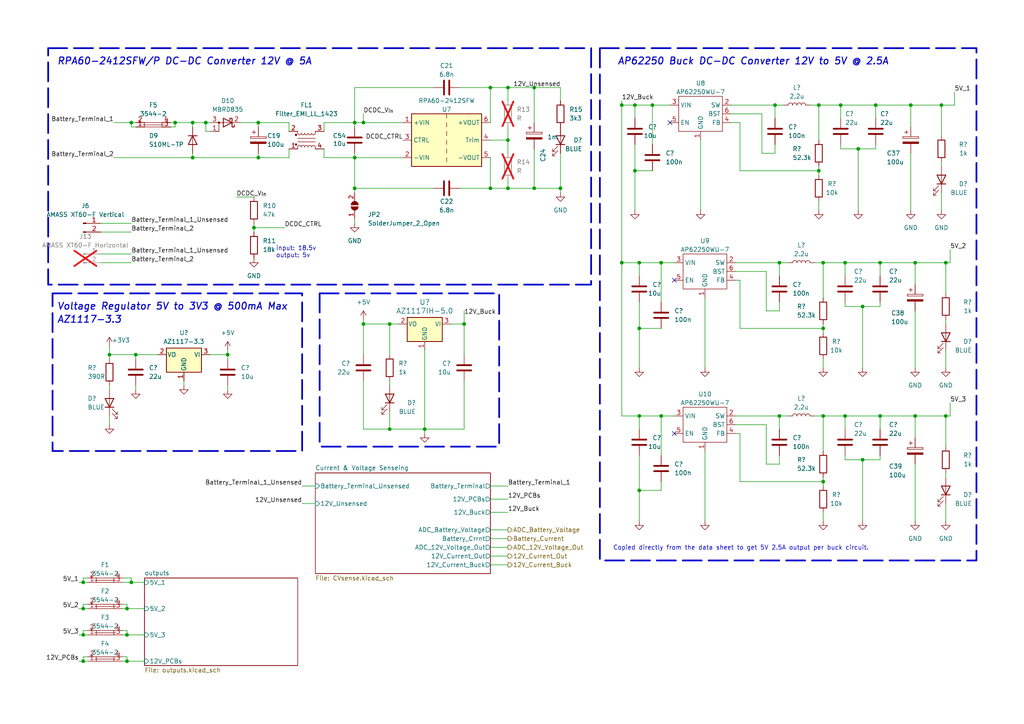
<source format=kicad_sch>
(kicad_sch (version 20230121) (generator eeschema)
  (paper "A4")
  (lib_symbols
    (symbol "BattPart:AP62250"
      (property "Reference" "U" (at 0 7.62 0))
      (symbol "AP62250_1_1"
        (pin input line (at 0 -7.62 90) (length 2.54) (name "GND") (number "1"))
        (pin output line (at 8.89 2.54 180) (length 2.54) (name "SW") (number "2"))
        (pin input line (at -8.89 2.54 0) (length 2.54) (name "VIN") (number "3"))
        (pin input line (at 8.89 -2.54 180) (length 2.54) (name "FB") (number "4"))
        (pin input line (at -8.89 -2.54 0) (length 2.54) (name "EN") (number "5"))
        (pin input line (at 8.89 0 180) (length 2.54) (name "BST") (number "6"))
      )
    )
    (symbol "BattPart:Blade_Fuse"
      (property "Reference" "F" (at 0 2.54 0))
      (symbol "Blade_Fuse_1_1"
        (pin bidirectional line (at 5.08 1.27 180) (length 2.54) (name "") (number "1"))
        (pin bidirectional line (at 5.08 0 180) (length 2.54) (name "") (number "2"))
        (pin bidirectional line (at -5.08 1.27 0) (length 2.54) (name "") (number "3"))
        (pin bidirectional line (at -5.08 0 0) (length 2.54) (name "") (number "4"))
      )
    )
    (symbol "Connector:Conn_01x02_Pin" (pin_names (offset 1.016) hide)
      (property "Reference" "J" (at 0 2.54 0))
      (property "Value" "Conn_01x02_Pin" (at 0 -5.08 0))
      (symbol "Conn_01x02_Pin_1_1"
        (pin passive line (at 5.08 0 180) (length 3.81) (name "Pin_1") (number "1"))
        (pin passive line (at 5.08 -2.54 180) (length 3.81) (name "Pin_2") (number "2"))
      )
    )
    (symbol "Converter_DCDC:RPA60-2412SFW"
      (property "Reference" "U" (at -8.89 8.89 0))
      (property "Value" "RPA60-2412SFW" (at 8.89 8.89 0))
      (symbol "RPA60-2412SFW_1_1"
        (pin power_in line (at -12.7 5.08 0) (length 2.54) (name "+VIN") (number "1"))
        (pin power_in line (at -12.7 -5.08 0) (length 2.54) (name "-VIN") (number "2"))
        (pin input line (at -12.7 0 0) (length 2.54) (name "CTRL") (number "3"))
        (pin input line (at 12.7 0 180) (length 2.54) (name "Trim") (number "4"))
        (pin power_out line (at 12.7 -5.08 180) (length 2.54) (name "-VOUT") (number "5"))
        (pin power_out line (at 12.7 5.08 180) (length 2.54) (name "+VOUT") (number "6"))
      )
    )
    (symbol "Device:C" (pin_numbers hide) (pin_names (offset 0.254))
      (property "Reference" "C" (at 0.635 2.54 0))
      (property "Value" "C" (at 0.635 -2.54 0))
      (symbol "C_1_1"
        (pin passive line (at 0 3.81 270) (length 2.794) (name "~") (number "1"))
        (pin passive line (at 0 -3.81 90) (length 2.794) (name "~") (number "2"))
      )
    )
    (symbol "Device:C_Polarized" (pin_numbers hide) (pin_names (offset 0.254))
      (property "Reference" "C" (at 0.635 2.54 0))
      (property "Value" "C_Polarized" (at 0.635 -2.54 0))
      (symbol "C_Polarized_1_1"
        (pin passive line (at 0 3.81 270) (length 2.794) (name "~") (number "1"))
        (pin passive line (at 0 -3.81 90) (length 2.794) (name "~") (number "2"))
      )
    )
    (symbol "Device:D" (pin_numbers hide) (pin_names (offset 1.016) hide)
      (property "Reference" "D" (at 0 2.54 0))
      (property "Value" "D" (at 0 -2.54 0))
      (symbol "D_1_1"
        (pin passive line (at -3.81 0 0) (length 2.54) (name "K") (number "1"))
        (pin passive line (at 3.81 0 180) (length 2.54) (name "A") (number "2"))
      )
    )
    (symbol "Device:D_Schottky_KAA" (pin_names (offset 0) hide)
      (property "Reference" "D22" (at 0.889 6.35 0))
      (property "Value" "D_Schottky_KAA" (at 0.889 3.81 0))
      (symbol "D_Schottky_KAA_1_1"
        (pin input line (at 5.08 2.54 180) (length 2.54) (name "A") (number "1"))
        (pin passive line (at -3.81 0 0) (length 2.54) (name "K") (number "2"))
        (pin passive line (at 5.08 0 180) (length 2.54) (name "A") (number "3"))
      )
    )
    (symbol "Device:Filter_EMI_LL_1423" (pin_names hide)
      (property "Reference" "FL1" (at -0.381 7.62 0))
      (property "Value" "Filter_EMI_LL_1423" (at -0.381 5.08 0))
      (symbol "Filter_EMI_LL_1423_1_1"
        (pin passive line (at -5.08 -2.54 0) (length 2.54) (name "1") (number "1"))
        (pin passive line (at -5.08 2.54 0) (length 2.54) (name "2") (number "2"))
        (pin passive line (at 5.08 2.54 180) (length 2.54) (name "3") (number "3"))
        (pin passive line (at 5.08 -2.54 180) (length 2.54) (name "4") (number "4"))
      )
    )
    (symbol "Device:L" (pin_numbers hide) (pin_names (offset 1.016) hide)
      (property "Reference" "L" (at -1.27 0 90))
      (property "Value" "L" (at 1.905 0 90))
      (symbol "L_1_1"
        (pin passive line (at 0 3.81 270) (length 1.27) (name "1") (number "1"))
        (pin passive line (at 0 -3.81 90) (length 1.27) (name "2") (number "2"))
      )
    )
    (symbol "Device:LED" (pin_numbers hide) (pin_names (offset 1.016) hide)
      (property "Reference" "D" (at 0 2.54 0))
      (property "Value" "LED" (at 0 -2.54 0))
      (symbol "LED_1_1"
        (pin passive line (at -3.81 0 0) (length 2.54) (name "K") (number "1"))
        (pin passive line (at 3.81 0 180) (length 2.54) (name "A") (number "2"))
      )
    )
    (symbol "Device:R" (pin_numbers hide) (pin_names (offset 0))
      (property "Reference" "R" (at 2.032 0 90))
      (property "Value" "R" (at 0 0 90))
      (symbol "R_1_1"
        (pin passive line (at 0 3.81 270) (length 1.27) (name "~") (number "1"))
        (pin passive line (at 0 -3.81 90) (length 1.27) (name "~") (number "2"))
      )
    )
    (symbol "H2_Parts:AZ111IH-5.0" (pin_names (offset 0.254))
      (property "Reference" "U" (at 0 8.89 0))
      (property "Value" "AZ1117IH-5.0" (at 0 6.35 0))
      (symbol "AZ111IH-5.0_1_1"
        (pin power_in line (at 0 -7.62 90) (length 2.54) (name "GND") (number "1"))
        (pin power_out line (at 7.62 0 180) (length 2.54) (name "VO") (number "2"))
        (pin power_in line (at -7.62 0 0) (length 2.54) (name "VI") (number "3"))
      )
    )
    (symbol "Jumper:SolderJumper_2_Open" (pin_names (offset 0) hide)
      (property "Reference" "JP" (at 0 2.032 0))
      (property "Value" "SolderJumper_2_Open" (at 0 -2.54 0))
      (symbol "SolderJumper_2_Open_1_1"
        (pin passive line (at -3.81 0 0) (length 2.54) (name "A") (number "1"))
        (pin passive line (at 3.81 0 180) (length 2.54) (name "B") (number "2"))
      )
    )
    (symbol "Regulator_Linear:AZ1117-3.3" (pin_names (offset 0.254))
      (property "Reference" "U" (at -3.81 3.175 0))
      (property "Value" "AZ1117-3.3" (at 0 3.175 0))
      (symbol "AZ1117-3.3_1_1"
        (pin power_in line (at 0 -7.62 90) (length 2.54) (name "GND") (number "1"))
        (pin power_out line (at 7.62 0 180) (length 2.54) (name "VO") (number "2"))
        (pin power_in line (at -7.62 0 0) (length 2.54) (name "VI") (number "3"))
      )
    )
    (symbol "power:+3V3" (power) (pin_names (offset 0))
      (property "Value" "+3V3" (at 0 3.556 0))
      (symbol "+3V3_1_1"
        (pin power_in line (at 0 0 90) (length 0) hide (name "+3V3") (number "1"))
      )
    )
    (symbol "power:+5V" (power) (pin_names (offset 0))
      (property "Value" "+5V" (at 0 3.556 0))
      (symbol "+5V_1_1"
        (pin power_in line (at 0 0 90) (length 0) hide (name "+5V") (number "1"))
      )
    )
    (symbol "power:GND" (power) (pin_names (offset 0))
      (property "Value" "GND" (at 0 -3.81 0))
      (symbol "GND_1_1"
        (pin power_in line (at 0 0 270) (length 0) hide (name "GND") (number "1"))
      )
    )
  )
  (junction (at 264.16 30.48))
  (junction (at 24.13 168.91))
  (junction (at 147.32 54.61))
  (junction (at 243.84 30.48))
  (junction (at 55.88 45.72))
  (junction (at 66.04 102.87))
  (junction (at 38.1 168.91))
  (junction (at 102.87 35.56))
  (junction (at 105.41 93.98))
  (junction (at 154.94 54.61))
  (junction (at 180.34 30.48))
  (junction (at 38.1 35.56))
  (junction (at 274.32 76.2))
  (junction (at 31.75 102.87))
  (junction (at 185.42 142.24))
  (junction (at 245.11 76.2))
  (junction (at 255.27 76.2))
  (junction (at 265.43 76.2))
  (junction (at 113.03 124.46))
  (junction (at 24.13 176.53))
  (junction (at 24.13 184.15))
  (junction (at 154.94 25.4))
  (junction (at 237.49 30.48))
  (junction (at 189.23 30.48))
  (junction (at 191.77 120.65))
  (junction (at 102.87 54.61))
  (junction (at 55.88 35.56))
  (junction (at 105.41 35.56))
  (junction (at 123.19 124.46))
  (junction (at 39.37 102.87))
  (junction (at 24.13 191.77))
  (junction (at 250.19 88.9))
  (junction (at 226.06 76.2))
  (junction (at 59.69 35.56))
  (junction (at 147.32 25.4))
  (junction (at 185.42 76.2))
  (junction (at 226.06 120.65))
  (junction (at 274.32 120.65))
  (junction (at 36.83 176.53))
  (junction (at 184.15 49.53))
  (junction (at 50.8 35.56))
  (junction (at 238.76 95.25))
  (junction (at 238.76 76.2))
  (junction (at 250.19 133.35))
  (junction (at 162.56 54.61))
  (junction (at 142.24 25.4))
  (junction (at 255.27 120.65))
  (junction (at 142.24 54.61))
  (junction (at 102.87 45.72))
  (junction (at 36.83 191.77))
  (junction (at 237.49 49.53))
  (junction (at 238.76 120.65))
  (junction (at 36.83 184.15))
  (junction (at 134.62 93.98))
  (junction (at 265.43 120.65))
  (junction (at 180.34 76.2))
  (junction (at 254 30.48))
  (junction (at 74.93 35.56))
  (junction (at 248.92 43.18))
  (junction (at 185.42 120.65))
  (junction (at 184.15 30.48))
  (junction (at 191.77 76.2))
  (junction (at 147.32 40.64))
  (junction (at 245.11 120.65))
  (junction (at 238.76 139.7))
  (junction (at 185.42 95.25))
  (junction (at 74.93 45.72))
  (junction (at 273.05 30.48))
  (junction (at 73.66 66.04))
  (junction (at 113.03 93.98))
  (junction (at 224.79 30.48))
  (no_connect (at 195.58 125.73))
  (no_connect (at 194.31 35.56))
  (no_connect (at 195.58 81.28))
  (wire (pts (xy 29.21 73.66) (xy 38.1 73.66)))
  (wire (pts (xy 254 30.48) (xy 254 34.29)))
  (wire (pts (xy 66.04 102.87) (xy 66.04 104.14)))
  (wire (pts (xy 29.21 64.77) (xy 38.1 64.77)))
  (wire (pts (xy 22.86 168.91) (xy 24.13 168.91)))
  (wire (pts (xy 180.34 30.48) (xy 184.15 30.48)))
  (wire (pts (xy 238.76 151.13) (xy 238.76 148.59)))
  (wire (pts (xy 213.36 81.28) (xy 214.63 81.28)))
  (wire (pts (xy 59.69 35.56) (xy 60.96 35.56)))
  (wire (pts (xy 38.1 168.91) (xy 41.91 168.91)))
  (wire (pts (xy 220.98 44.45) (xy 224.79 44.45)))
  (wire (pts (xy 185.42 87.63) (xy 185.42 95.25)))
  (wire (pts (xy 255.27 132.08) (xy 255.27 133.35)))
  (wire (pts (xy 180.34 76.2) (xy 180.34 120.65)))
  (wire (pts (xy 55.88 35.56) (xy 55.88 36.83)))
  (wire (pts (xy 22.86 176.53) (xy 24.13 176.53)))
  (wire (pts (xy 105.41 93.98) (xy 105.41 102.87)))
  (wire (pts (xy 245.11 76.2) (xy 255.27 76.2)))
  (wire (pts (xy 274.32 120.65) (xy 274.32 129.54)))
  (wire (pts (xy 255.27 76.2) (xy 255.27 80.01)))
  (wire (pts (xy 35.56 168.91) (xy 38.1 168.91)))
  (wire (pts (xy 49.53 35.56) (xy 50.8 35.56)))
  (wire (pts (xy 238.76 140.97) (xy 238.76 139.7)))
  (wire (pts (xy 35.56 176.53) (xy 36.83 176.53)))
  (wire (pts (xy 134.62 110.49) (xy 134.62 124.46)))
  (wire (pts (xy 154.94 25.4) (xy 162.56 25.4)))
  (wire (pts (xy 68.58 57.15) (xy 73.66 57.15)))
  (wire (pts (xy 162.56 44.45) (xy 162.56 54.61)))
  (wire (pts (xy 102.87 35.56) (xy 105.41 35.56)))
  (wire (pts (xy 73.66 64.77) (xy 73.66 66.04)))
  (wire (pts (xy 238.76 86.36) (xy 238.76 76.2)))
  (wire (pts (xy 250.19 133.35) (xy 250.19 151.13)))
  (wire (pts (xy 66.04 111.76) (xy 66.04 113.03)))
  (wire (pts (xy 130.81 93.98) (xy 134.62 93.98)))
  (wire (pts (xy 245.11 132.08) (xy 245.11 133.35)))
  (wire (pts (xy 123.19 125.73) (xy 123.19 124.46)))
  (wire (pts (xy 60.96 102.87) (xy 66.04 102.87)))
  (wire (pts (xy 33.02 45.72) (xy 55.88 45.72)))
  (wire (pts (xy 237.49 48.26) (xy 237.49 49.53)))
  (wire (pts (xy 245.11 87.63) (xy 245.11 88.9)))
  (wire (pts (xy 245.11 76.2) (xy 245.11 80.01)))
  (wire (pts (xy 248.92 43.18) (xy 248.92 60.96)))
  (wire (pts (xy 224.79 30.48) (xy 227.33 30.48)))
  (wire (pts (xy 73.66 66.04) (xy 73.66 67.31)))
  (wire (pts (xy 31.75 113.03) (xy 31.75 111.76)))
  (wire (pts (xy 35.56 167.64) (xy 38.1 167.64)))
  (wire (pts (xy 226.06 90.17) (xy 226.06 87.63)))
  (wire (pts (xy 142.24 45.72) (xy 142.24 54.61)))
  (wire (pts (xy 35.56 175.26) (xy 36.83 175.26)))
  (wire (pts (xy 213.36 120.65) (xy 226.06 120.65)))
  (wire (pts (xy 245.11 120.65) (xy 255.27 120.65)))
  (wire (pts (xy 24.13 168.91) (xy 25.4 168.91)))
  (wire (pts (xy 237.49 50.8) (xy 237.49 49.53)))
  (wire (pts (xy 212.09 30.48) (xy 224.79 30.48)))
  (wire (pts (xy 237.49 60.96) (xy 237.49 58.42)))
  (wire (pts (xy 24.13 182.88) (xy 24.13 184.15)))
  (wire (pts (xy 147.32 25.4) (xy 154.94 25.4)))
  (wire (pts (xy 245.11 88.9) (xy 250.19 88.9)))
  (wire (pts (xy 191.77 132.08) (xy 191.77 120.65)))
  (wire (pts (xy 245.11 120.65) (xy 245.11 124.46)))
  (wire (pts (xy 185.42 76.2) (xy 191.77 76.2)))
  (wire (pts (xy 255.27 133.35) (xy 250.19 133.35)))
  (wire (pts (xy 191.77 76.2) (xy 195.58 76.2)))
  (wire (pts (xy 214.63 95.25) (xy 238.76 95.25)))
  (wire (pts (xy 102.87 25.4) (xy 102.87 35.56)))
  (wire (pts (xy 147.32 54.61) (xy 154.94 54.61)))
  (wire (pts (xy 184.15 41.91) (xy 184.15 49.53)))
  (wire (pts (xy 24.13 175.26) (xy 24.13 176.53)))
  (wire (pts (xy 222.25 90.17) (xy 226.06 90.17)))
  (wire (pts (xy 55.88 35.56) (xy 59.69 35.56)))
  (wire (pts (xy 214.63 49.53) (xy 237.49 49.53)))
  (wire (pts (xy 102.87 54.61) (xy 125.73 54.61)))
  (wire (pts (xy 275.59 72.39) (xy 275.59 76.2)))
  (wire (pts (xy 254 30.48) (xy 264.16 30.48)))
  (wire (pts (xy 185.42 95.25) (xy 185.42 106.68)))
  (wire (pts (xy 39.37 111.76) (xy 39.37 113.03)))
  (wire (pts (xy 123.19 124.46) (xy 113.03 124.46)))
  (wire (pts (xy 238.76 138.43) (xy 238.76 139.7)))
  (wire (pts (xy 214.63 125.73) (xy 214.63 139.7)))
  (wire (pts (xy 123.19 101.6) (xy 123.19 124.46)))
  (wire (pts (xy 83.82 43.18) (xy 83.82 45.72)))
  (wire (pts (xy 50.8 36.83) (xy 50.8 35.56)))
  (wire (pts (xy 154.94 54.61) (xy 162.56 54.61)))
  (wire (pts (xy 142.24 140.97) (xy 147.32 140.97)))
  (wire (pts (xy 105.41 35.56) (xy 116.84 35.56)))
  (wire (pts (xy 113.03 119.38) (xy 113.03 124.46)))
  (wire (pts (xy 55.88 45.72) (xy 74.93 45.72)))
  (wire (pts (xy 237.49 30.48) (xy 243.84 30.48)))
  (wire (pts (xy 191.77 142.24) (xy 185.42 142.24)))
  (wire (pts (xy 185.42 120.65) (xy 185.42 124.46)))
  (wire (pts (xy 236.22 76.2) (xy 238.76 76.2)))
  (wire (pts (xy 38.1 35.56) (xy 39.37 35.56)))
  (wire (pts (xy 222.25 90.17) (xy 222.25 78.74)))
  (wire (pts (xy 24.13 167.64) (xy 25.4 167.64)))
  (wire (pts (xy 93.98 35.56) (xy 102.87 35.56)))
  (wire (pts (xy 265.43 120.65) (xy 265.43 127)))
  (wire (pts (xy 204.47 86.36) (xy 204.47 106.68)))
  (wire (pts (xy 38.1 36.83) (xy 38.1 35.56)))
  (wire (pts (xy 255.27 88.9) (xy 250.19 88.9)))
  (wire (pts (xy 50.8 35.56) (xy 55.88 35.56)))
  (wire (pts (xy 212.09 35.56) (xy 214.63 35.56)))
  (wire (pts (xy 147.32 144.78) (xy 142.24 144.78)))
  (wire (pts (xy 162.56 25.4) (xy 162.56 29.21)))
  (wire (pts (xy 185.42 76.2) (xy 185.42 80.01)))
  (wire (pts (xy 74.93 45.72) (xy 83.82 45.72)))
  (wire (pts (xy 24.13 190.5) (xy 24.13 191.77)))
  (wire (pts (xy 191.77 87.63) (xy 191.77 76.2)))
  (wire (pts (xy 243.84 41.91) (xy 243.84 43.18)))
  (wire (pts (xy 87.63 140.97) (xy 91.44 140.97)))
  (wire (pts (xy 180.34 76.2) (xy 185.42 76.2)))
  (wire (pts (xy 189.23 30.48) (xy 194.31 30.48)))
  (wire (pts (xy 25.4 175.26) (xy 24.13 175.26)))
  (wire (pts (xy 274.32 92.71) (xy 274.32 93.98)))
  (wire (pts (xy 87.63 146.05) (xy 91.44 146.05)))
  (wire (pts (xy 53.34 111.76) (xy 53.34 110.49)))
  (wire (pts (xy 142.24 161.29) (xy 147.32 161.29)))
  (wire (pts (xy 35.56 184.15) (xy 36.83 184.15)))
  (wire (pts (xy 213.36 123.19) (xy 222.25 123.19)))
  (wire (pts (xy 142.24 54.61) (xy 147.32 54.61)))
  (wire (pts (xy 274.32 137.16) (xy 274.32 138.43)))
  (wire (pts (xy 105.41 33.02) (xy 105.41 35.56)))
  (wire (pts (xy 142.24 40.64) (xy 147.32 40.64)))
  (wire (pts (xy 204.47 130.81) (xy 204.47 151.13)))
  (wire (pts (xy 35.56 182.88) (xy 36.83 182.88)))
  (wire (pts (xy 25.4 190.5) (xy 24.13 190.5)))
  (wire (pts (xy 105.41 92.71) (xy 105.41 93.98)))
  (wire (pts (xy 191.77 120.65) (xy 195.58 120.65)))
  (wire (pts (xy 180.34 30.48) (xy 180.34 76.2)))
  (wire (pts (xy 49.53 36.83) (xy 50.8 36.83)))
  (wire (pts (xy 73.66 66.04) (xy 82.55 66.04)))
  (wire (pts (xy 243.84 30.48) (xy 254 30.48)))
  (wire (pts (xy 213.36 76.2) (xy 226.06 76.2)))
  (wire (pts (xy 224.79 44.45) (xy 224.79 41.91)))
  (wire (pts (xy 29.21 67.31) (xy 38.1 67.31)))
  (wire (pts (xy 226.06 120.65) (xy 226.06 124.46)))
  (wire (pts (xy 180.34 120.65) (xy 185.42 120.65)))
  (wire (pts (xy 36.83 175.26) (xy 36.83 176.53)))
  (wire (pts (xy 162.56 55.88) (xy 162.56 54.61)))
  (wire (pts (xy 250.19 88.9) (xy 250.19 106.68)))
  (wire (pts (xy 276.86 26.67) (xy 276.86 30.48)))
  (wire (pts (xy 222.25 134.62) (xy 222.25 123.19)))
  (wire (pts (xy 59.69 38.1) (xy 60.96 38.1)))
  (wire (pts (xy 24.13 191.77) (xy 25.4 191.77)))
  (wire (pts (xy 274.32 120.65) (xy 275.59 120.65)))
  (wire (pts (xy 226.06 134.62) (xy 226.06 132.08)))
  (wire (pts (xy 220.98 44.45) (xy 220.98 33.02)))
  (wire (pts (xy 22.86 191.77) (xy 24.13 191.77)))
  (wire (pts (xy 113.03 110.49) (xy 113.03 111.76)))
  (wire (pts (xy 238.76 106.68) (xy 238.76 104.14)))
  (wire (pts (xy 273.05 30.48) (xy 273.05 39.37)))
  (wire (pts (xy 185.42 142.24) (xy 185.42 151.13)))
  (wire (pts (xy 142.24 25.4) (xy 147.32 25.4)))
  (wire (pts (xy 31.75 104.14) (xy 31.75 102.87)))
  (wire (pts (xy 22.86 184.15) (xy 24.13 184.15)))
  (wire (pts (xy 185.42 132.08) (xy 185.42 142.24)))
  (wire (pts (xy 226.06 76.2) (xy 226.06 80.01)))
  (wire (pts (xy 39.37 102.87) (xy 39.37 104.14)))
  (wire (pts (xy 142.24 158.75) (xy 147.32 158.75)))
  (wire (pts (xy 134.62 93.98) (xy 134.62 102.87)))
  (wire (pts (xy 238.76 76.2) (xy 245.11 76.2)))
  (wire (pts (xy 105.41 110.49) (xy 105.41 124.46)))
  (wire (pts (xy 142.24 25.4) (xy 142.24 35.56)))
  (wire (pts (xy 273.05 46.99) (xy 273.05 48.26)))
  (wire (pts (xy 222.25 134.62) (xy 226.06 134.62)))
  (wire (pts (xy 102.87 36.83) (xy 102.87 35.56)))
  (wire (pts (xy 245.11 133.35) (xy 250.19 133.35)))
  (wire (pts (xy 191.77 139.7) (xy 191.77 142.24)))
  (wire (pts (xy 238.76 93.98) (xy 238.76 95.25)))
  (wire (pts (xy 265.43 76.2) (xy 265.43 82.55)))
  (wire (pts (xy 134.62 90.17) (xy 134.62 93.98)))
  (wire (pts (xy 274.32 76.2) (xy 275.59 76.2)))
  (wire (pts (xy 36.83 191.77) (xy 41.91 191.77)))
  (wire (pts (xy 273.05 30.48) (xy 276.86 30.48)))
  (wire (pts (xy 31.75 100.33) (xy 31.75 102.87)))
  (wire (pts (xy 264.16 30.48) (xy 273.05 30.48)))
  (wire (pts (xy 102.87 45.72) (xy 116.84 45.72)))
  (wire (pts (xy 274.32 146.05) (xy 274.32 151.13)))
  (wire (pts (xy 36.83 191.77) (xy 35.56 191.77)))
  (wire (pts (xy 184.15 30.48) (xy 184.15 34.29)))
  (wire (pts (xy 180.34 29.21) (xy 180.34 30.48)))
  (wire (pts (xy 142.24 153.67) (xy 147.32 153.67)))
  (wire (pts (xy 29.21 76.2) (xy 38.1 76.2)))
  (wire (pts (xy 102.87 54.61) (xy 102.87 55.88)))
  (wire (pts (xy 255.27 76.2) (xy 265.43 76.2)))
  (wire (pts (xy 265.43 120.65) (xy 274.32 120.65)))
  (wire (pts (xy 142.24 163.83) (xy 147.32 163.83)))
  (wire (pts (xy 265.43 90.17) (xy 265.43 106.68)))
  (wire (pts (xy 142.24 148.59) (xy 147.32 148.59)))
  (wire (pts (xy 184.15 30.48) (xy 189.23 30.48)))
  (wire (pts (xy 185.42 95.25) (xy 191.77 95.25)))
  (wire (pts (xy 134.62 124.46) (xy 123.19 124.46)))
  (wire (pts (xy 214.63 35.56) (xy 214.63 49.53)))
  (wire (pts (xy 55.88 44.45) (xy 55.88 45.72)))
  (wire (pts (xy 274.32 101.6) (xy 274.32 106.68)))
  (wire (pts (xy 265.43 76.2) (xy 274.32 76.2)))
  (wire (pts (xy 113.03 93.98) (xy 105.41 93.98)))
  (wire (pts (xy 36.83 184.15) (xy 41.91 184.15)))
  (wire (pts (xy 31.75 102.87) (xy 39.37 102.87)))
  (wire (pts (xy 66.04 101.6) (xy 66.04 102.87)))
  (wire (pts (xy 133.35 25.4) (xy 142.24 25.4)))
  (wire (pts (xy 184.15 49.53) (xy 189.23 49.53)))
  (wire (pts (xy 147.32 36.83) (xy 147.32 40.64)))
  (wire (pts (xy 102.87 63.5) (xy 102.87 64.77)))
  (wire (pts (xy 255.27 120.65) (xy 255.27 124.46)))
  (wire (pts (xy 212.09 33.02) (xy 220.98 33.02)))
  (wire (pts (xy 142.24 156.21) (xy 147.32 156.21)))
  (wire (pts (xy 214.63 81.28) (xy 214.63 95.25)))
  (wire (pts (xy 147.32 25.4) (xy 147.32 29.21)))
  (wire (pts (xy 237.49 40.64) (xy 237.49 30.48)))
  (wire (pts (xy 226.06 120.65) (xy 228.6 120.65)))
  (wire (pts (xy 39.37 102.87) (xy 45.72 102.87)))
  (wire (pts (xy 274.32 76.2) (xy 274.32 85.09)))
  (wire (pts (xy 224.79 30.48) (xy 224.79 34.29)))
  (wire (pts (xy 39.37 36.83) (xy 38.1 36.83)))
  (wire (pts (xy 265.43 134.62) (xy 265.43 151.13)))
  (wire (pts (xy 36.83 190.5) (xy 35.56 190.5)))
  (wire (pts (xy 102.87 25.4) (xy 125.73 25.4)))
  (wire (pts (xy 273.05 55.88) (xy 273.05 60.96)))
  (wire (pts (xy 214.63 139.7) (xy 238.76 139.7)))
  (wire (pts (xy 102.87 45.72) (xy 93.98 45.72)))
  (wire (pts (xy 113.03 124.46) (xy 105.41 124.46)))
  (wire (pts (xy 24.13 184.15) (xy 25.4 184.15)))
  (wire (pts (xy 185.42 120.65) (xy 191.77 120.65)))
  (wire (pts (xy 38.1 167.64) (xy 38.1 168.91)))
  (wire (pts (xy 226.06 76.2) (xy 228.6 76.2)))
  (wire (pts (xy 113.03 93.98) (xy 115.57 93.98)))
  (wire (pts (xy 184.15 49.53) (xy 184.15 60.96)))
  (wire (pts (xy 102.87 45.72) (xy 102.87 54.61)))
  (wire (pts (xy 154.94 43.18) (xy 154.94 54.61)))
  (wire (pts (xy 74.93 45.72) (xy 74.93 44.45)))
  (wire (pts (xy 154.94 25.4) (xy 154.94 35.56)))
  (wire (pts (xy 243.84 43.18) (xy 248.92 43.18)))
  (wire (pts (xy 264.16 30.48) (xy 264.16 36.83)))
  (wire (pts (xy 255.27 120.65) (xy 265.43 120.65)))
  (wire (pts (xy 264.16 44.45) (xy 264.16 60.96)))
  (wire (pts (xy 254 41.91) (xy 254 43.18)))
  (wire (pts (xy 243.84 30.48) (xy 243.84 34.29)))
  (wire (pts (xy 24.13 176.53) (xy 25.4 176.53)))
  (wire (pts (xy 83.82 35.56) (xy 83.82 38.1)))
  (wire (pts (xy 36.83 190.5) (xy 36.83 191.77)))
  (wire (pts (xy 236.22 120.65) (xy 238.76 120.65)))
  (wire (pts (xy 213.36 78.74) (xy 222.25 78.74)))
  (wire (pts (xy 74.93 35.56) (xy 83.82 35.56)))
  (wire (pts (xy 31.75 120.65) (xy 31.75 123.19)))
  (wire (pts (xy 234.95 30.48) (xy 237.49 30.48)))
  (wire (pts (xy 238.76 120.65) (xy 245.11 120.65)))
  (wire (pts (xy 36.83 182.88) (xy 36.83 184.15)))
  (wire (pts (xy 238.76 96.52) (xy 238.76 95.25)))
  (wire (pts (xy 74.93 36.83) (xy 74.93 35.56)))
  (wire (pts (xy 238.76 130.81) (xy 238.76 120.65)))
  (wire (pts (xy 133.35 54.61) (xy 142.24 54.61)))
  (wire (pts (xy 213.36 125.73) (xy 214.63 125.73)))
  (wire (pts (xy 113.03 93.98) (xy 113.03 102.87)))
  (wire (pts (xy 36.83 176.53) (xy 41.91 176.53)))
  (wire (pts (xy 254 43.18) (xy 248.92 43.18)))
  (wire (pts (xy 189.23 30.48) (xy 189.23 41.91)))
  (wire (pts (xy 69.85 35.56) (xy 74.93 35.56)))
  (wire (pts (xy 203.2 40.64) (xy 203.2 60.96)))
  (wire (pts (xy 93.98 38.1) (xy 93.98 35.56)))
  (wire (pts (xy 93.98 43.18) (xy 93.98 45.72)))
  (wire (pts (xy 102.87 44.45) (xy 102.87 45.72)))
  (wire (pts (xy 147.32 52.07) (xy 147.32 54.61)))
  (wire (pts (xy 33.02 35.56) (xy 38.1 35.56)))
  (wire (pts (xy 24.13 167.64) (xy 24.13 168.91)))
  (wire (pts (xy 147.32 44.45) (xy 147.32 40.64)))
  (wire (pts (xy 59.69 35.56) (xy 59.69 38.1)))
  (wire (pts (xy 255.27 87.63) (xy 255.27 88.9)))
  (wire (pts (xy 275.59 116.84) (xy 275.59 120.65)))
  (wire (pts (xy 24.13 182.88) (xy 25.4 182.88)))
  (rectangle (start 173.99 13.97) (end 283.21 162.56) (stroke (width 0.5) (type dash)))
  (rectangle (start 13.97 13.97) (end 171.45 82.55) (stroke (width 0.5) (type dash)))
  (rectangle (start 15.24 85.09) (end 87.63 130.81) (stroke (width 0.5) (type dash)))
  (rectangle (start 92.71 85.09) (end 144.78 129.54) (stroke (width 0.5) (type dash)))
  (text "AZ1117-3.3" (at 16.51 93.98 0) (effects (font (size 2 2) (thickness 0.3) bold italic) (justify left bottom)))
  (text "Voltage Regulator 5V to 3V3 @ 500mA Max" (at 16.51 90.17 0) (effects (font (size 2 2) (thickness 0.3) bold italic) (justify left bottom)))
  (text "RPA60-2412SFW/P DC-DC Converter 12V @ 5A\n" (at 16.51 19.05 0) (effects (font (size 2 2) (thickness 0.3) bold italic) (justify left bottom)))
  (text "AP62250 Buck DC-DC Converter 12V to 5V @ 2.5A\n" (at 179.07 19.05 0) (effects (font (size 2 2) (thickness 0.3) bold italic) (justify left bottom)))
  (text "Copied directly from the data sheet to get 5V 2.5A output per buck circuit.\n\n\n" (at 177.8 163.83 0) (effects (font (size 1.27 1.27)) (justify left bottom)))
  (text "input: 18.5v\noutput: 5v " (at 80.01 74.93 0) (effects (font (size 1.27 1.27)) (justify left bottom)))
  (label "5V_1" (at 22.86 168.91 180))
  (label "DCDC_V_{in}" (at 68.58 57.15 0))
  (label "12V_PCBs" (at 22.86 191.77 180))
  (label "Battery_Terminal_1_Unsensed" (at 38.1 64.77 0))
  (label "12V_Buck" (at 180.34 29.21 0))
  (label "Battery_Terminal_1_Unsensed" (at 38.1 73.66 0))
  (label "Battery_Terminal_1_Unsensed" (at 87.63 140.97 180))
  (label "5V_1" (at 276.86 26.67 0))
  (label "12V_PCBs" (at 147.32 144.78 0))
  (label "5V_3" (at 22.86 184.15 180))
  (label "12V_Buck" (at 134.62 91.44 0))
  (label "Battery_Terminal_2" (at 38.1 76.2 0))
  (label "DCDC_CTRL" (at 82.55 66.04 0))
  (label "Battery_Terminal_1" (at 33.02 35.56 180))
  (label "Battery_Terminal_2" (at 38.1 67.31 0))
  (label "5V_2" (at 22.86 176.53 180))
  (label "5V_3" (at 275.59 116.84 0))
  (label "12V_Unsensed" (at 162.56 25.4 180))
  (label "DCDC_CTRL" (at 116.84 40.64 180))
  (label "DCDC_V_{in}" (at 105.41 33.02 0))
  (label "12V_Buck" (at 147.32 148.59 0))
  (label "5V_2" (at 275.59 72.39 0))
  (label "Battery_Terminal_1" (at 147.32 140.97 0))
  (label "12V_Unsensed" (at 87.63 146.05 180))
  (label "Battery_Terminal_2" (at 33.02 45.72 180))
  (hierarchical_label "ADC_12V_Voltage_Out" (shape output) (at 147.32 158.75 0))
  (hierarchical_label "12V_Current_Buck" (shape output) (at 147.32 163.83 0))
  (hierarchical_label "Battery_Current" (shape output) (at 147.32 156.21 0))
  (hierarchical_label "ADC_Battery_Voltage" (shape output) (at 147.32 153.67 0))
  (hierarchical_label "12V_Current_Out" (shape output) (at 147.32 161.29 0))
  (symbol (lib_id "Device:C_Polarized") (at 264.16 40.64 0) (unit 1)
    (property "Reference" "C37" (at 257.175 44.45 0) (effects (justify left)))
    (property "Value" "100u" (at 257.175 46.99 0) (effects (justify left)))
    (property "Footprint" "Capacitor_SMD:CP_Elec_6.3x7.7" (effects hide))
    (property "Datasheet" "https://mm.digikey.com/Volume0/opasdata/d220001/medias/docus/2452/ECA-xxM%20Series,TypeA.pdf" (effects hide))
    (property "Digikey #" "P10387TB-ND" (effects hide))
    (property "JLCPCB Part#(Optional)" "NA" (effects hide))
    (property "Ordered" "y" (effects hide))
  )
  (symbol (lib_id "Device:C") (at 224.79 38.1 0) (unit 1)
    (property "Reference" "C?" (at 228.6 36.83 0) (effects (justify left)))
    (property "Value" "100n" (at 228.6 39.37 0) (effects (justify left)))
    (property "Footprint" "Capacitor_SMD:C_0603_1608Metric" (effects hide))
    (property "Digikey #" "CC0603KRX7R7BB104" (effects hide))
    (property "Ordered" "y" (effects hide))
    (instances (project "H2 Sensor Board Lucy Rev 1" (path "" (reference "C?") (unit 1))) (project "Batt-Power-Prototype-2023_Lucy_V1" (path "" (reference "C28") (unit 1))))
  )
  (symbol (lib_id "Device:R") (at 73.66 60.96 0) (unit 1)
    (property "Reference" "R10" (at 76.2 59.69 0) (effects (justify left)))
    (property "Value" "47k" (at 76.2 62.23 0) (effects (justify left)))
    (property "Footprint" "Resistor_SMD:R_1210_3225Metric" (effects hide))
    (property "Ordered" "y" (effects hide))
    (property "Digikey #" "RC1210FR-0747KL" (effects hide))
  )
  (symbol (lib_id "power:GND") (at 184.15 60.96 0) (unit 1)
    (property "Reference" "#PWR?" (effects hide))
    (property "Value" "GND" (effects hide))
    (instances (project "H2 Sensor Board Lucy Rev 1" (path "" (reference "#PWR?") (unit 1))) (project "Batt-Power-Prototype-2023_Lucy_V1" (path "" (reference "#PWR052") (unit 1))))
  )
  (symbol (lib_id "power:+5V") (at 105.41 92.71 0) (mirror y) (unit 1)
    (property "Reference" "#PWR049" (effects hide))
    (property "Value" "+5V" (at 105.41 87.63 0))
  )
  (symbol (lib_id "Device:C") (at 245.11 128.27 0) (unit 1)
    (property "Reference" "C?" (at 247.65 123.19 0) (effects (justify left)))
    (property "Value" "22u" (at 247.65 125.73 0) (effects (justify left)))
    (property "Footprint" "Capacitor_SMD:C_1210_3225Metric" (effects hide))
    (property "Ordered" "y" (effects hide))
    (instances (project "H2 Sensor Board Lucy Rev 1" (path "" (reference "C?") (unit 1))) (project "Batt-Power-Prototype-2023_Lucy_V1" (path "" (reference "C33") (unit 1))))
  )
  (symbol (lib_id "Device:R") (at 238.76 144.78 180) (unit 1)
    (property "Reference" "R?" (at 242.57 143.51 0))
    (property "Value" "10k" (at 242.57 146.05 0))
    (property "Footprint" "Resistor_SMD:R_0603_1608Metric" (effects hide))
    (property "JLCPCB Part#(Optional)" "C25804" (effects hide))
    (property "Digikey #" "RMCF0603FT10K0CT-ND" (effects hide))
    (property "Ordered" "y" (effects hide))
    (instances (project "H2 Sensor Board Lucy Rev 1" (path "" (reference "R?") (unit 1))) (project "Batt-Power-Prototype-2023_Lucy_V1" (path "" (reference "R21") (unit 1))))
  )
  (symbol (lib_id "Device:R") (at 237.49 44.45 0) (unit 1)
    (property "Reference" "R?" (at 229.87 43.18 0) (effects (justify left)))
    (property "Value" "52.3k" (at 229.87 45.72 0) (effects (justify left)))
    (property "Footprint" "Resistor_SMD:R_0603_1608Metric" (effects hide))
    (property "Ordered" "y" (effects hide))
    (property "Digikey #" "RMCF0603FT52K3CT-ND" (effects hide))
    (instances (project "H2 Sensor Board Lucy Rev 1" (path "" (reference "R?") (unit 1))) (project "Batt-Power-Prototype-2023_Lucy_V1" (path "" (reference "R16") (unit 1))))
  )
  (symbol (lib_id "power:GND") (at 203.2 60.96 0) (unit 1)
    (property "Reference" "#PWR?" (effects hide))
    (property "Value" "GND" (effects hide))
    (instances (project "H2 Sensor Board Lucy Rev 1" (path "" (reference "#PWR?") (unit 1))) (project "Batt-Power-Prototype-2023_Lucy_V1" (path "" (reference "#PWR055") (unit 1))))
  )
  (symbol (lib_id "Device:C") (at 255.27 128.27 0) (unit 1)
    (property "Reference" "C?" (at 257.81 123.19 0) (effects (justify left)))
    (property "Value" "22u" (at 257.81 125.73 0) (effects (justify left)))
    (property "Footprint" "Capacitor_SMD:C_1210_3225Metric" (effects hide))
    (property "Ordered" "y" (effects hide))
    (instances (project "H2 Sensor Board Lucy Rev 1" (path "" (reference "C?") (unit 1))) (project "Batt-Power-Prototype-2023_Lucy_V1" (path "" (reference "C36") (unit 1))))
  )
  (symbol (lib_id "Device:L") (at 231.14 30.48 90) (unit 1)
    (property "Reference" "L?" (at 231.14 25.4 90))
    (property "Value" "2.2u" (at 231.14 27.94 90))
    (property "Footprint" "BP_FTP:L_7.3x7.3_H3.5" (effects hide))
    (property "Datasheet" "https://www.we-online.com/components/products/datasheet/744777002.pdf" (effects hide))
    (property "Digikey #" "732-13496-1-ND" (effects hide))
    (property "Ordered" "y" (effects hide))
    (instances (project "H2 Sensor Board Lucy Rev 1" (path "" (reference "L?") (unit 1))) (project "Batt-Power-Prototype-2023_Lucy_V1" (path "" (reference "L1") (unit 1))))
  )
  (symbol (lib_id "H2_Parts:AZ111IH-5.0") (at 123.19 93.98 0) (mirror y) (unit 1)
    (property "Reference" "U?" (at 123.19 87.63 0) (effects (font (size 1.524 1.524))))
    (property "Value" "AZ1117IH-5.0" (at 123.19 90.17 0) (effects (font (size 1.524 1.524))))
    (property "Footprint" "Package_TO_SOT_SMD:SOT-223-3_TabPin2" (effects hide))
    (property "Datasheet" "https://datasheet.lcsc.com/lcsc/1810251612_Diodes-Incorporated-AZ1117H-5-0TRE1_C99343.pdf" (effects hide))
    (property "Digikey #" "AZ1117IH-5.0TRG1DICT-ND" (effects hide))
    (instances (project "H2 Sensor Board Lucy Rev 1" (path "" (reference "U?") (unit 1))) (project "Batt-Power-Prototype-2023_Lucy_V1" (path "" (reference "U6") (unit 1))))
  )
  (symbol (lib_id "Device:L") (at 232.41 76.2 90) (unit 1)
    (property "Reference" "L?" (at 232.41 71.12 90))
    (property "Value" "2.2u" (at 232.41 73.66 90))
    (property "Footprint" "BP_FTP:L_7.3x7.3_H3.5" (effects hide))
    (property "Datasheet" "https://www.we-online.com/components/products/datasheet/744777002.pdf" (effects hide))
    (property "Digikey #" "732-13496-1-ND" (effects hide))
    (property "Ordered" "y" (effects hide))
    (instances (project "H2 Sensor Board Lucy Rev 1" (path "" (reference "L?") (unit 1))) (project "Batt-Power-Prototype-2023_Lucy_V1" (path "" (reference "L2") (unit 1))))
  )
  (symbol (lib_id "power:GND") (at 185.42 151.13 0) (unit 1)
    (property "Reference" "#PWR?" (effects hide))
    (property "Value" "GND" (effects hide))
    (instances (project "H2 Sensor Board Lucy Rev 1" (path "" (reference "#PWR?") (unit 1))) (project "Batt-Power-Prototype-2023_Lucy_V1" (path "" (reference "#PWR054") (unit 1))))
  )
  (symbol (lib_id "Device:C") (at 226.06 83.82 0) (unit 1)
    (property "Reference" "C?" (at 229.87 82.55 0) (effects (justify left)))
    (property "Value" "100n" (at 229.87 85.09 0) (effects (justify left)))
    (property "Footprint" "Capacitor_SMD:C_0603_1608Metric" (effects hide))
    (property "Digikey #" "CC0603KRX7R7BB104" (effects hide))
    (property "Ordered" "y" (effects hide))
    (instances (project "H2 Sensor Board Lucy Rev 1" (path "" (reference "C?") (unit 1))) (project "Batt-Power-Prototype-2023_Lucy_V1" (path "" (reference "C29") (unit 1))))
  )
  (symbol (lib_id "Device:D_Schottky_KAA") (at 66.04 35.56 180) (unit 1)
    (property "Reference" "D10" (at 66.04 29.21 0))
    (property "Value" "MBRD835" (at 66.04 31.75 0))
    (property "Footprint" "Package_TO_SOT_SMD:TO-252-2" (effects hide))
    (property "Digikey #" "1655-MBRD835CT-ND" (effects hide))
    (property "Ordered" "y" (effects hide))
  )
  (symbol (lib_id "Device:C") (at 185.42 83.82 0) (unit 1)
    (property "Reference" "C?" (at 189.23 82.55 0) (effects (justify left)))
    (property "Value" "10u" (at 187.96 85.09 0) (effects (justify left)))
    (property "Footprint" "Capacitor_SMD:C_1210_3225Metric" (effects hide))
    (property "Ordered" "y" (effects hide))
    (instances (project "H2 Sensor Board Lucy Rev 1" (path "" (reference "C?") (unit 1))) (project "Batt-Power-Prototype-2023_Lucy_V1" (path "" (reference "C26") (unit 1))))
  )
  (symbol (lib_id "power:GND") (at 273.05 60.96 0) (unit 1)
    (property "Reference" "#PWR067" (effects hide))
    (property "Value" "GND" (at 273.05 66.04 0))
  )
  (symbol (lib_id "power:GND") (at 250.19 151.13 0) (unit 1)
    (property "Reference" "#PWR?" (effects hide))
    (property "Value" "GND" (effects hide))
    (instances (project "H2 Sensor Board Lucy Rev 1" (path "" (reference "#PWR?") (unit 1))) (project "Batt-Power-Prototype-2023_Lucy_V1" (path "" (reference "#PWR063") (unit 1))))
  )
  (symbol (lib_id "Jumper:SolderJumper_2_Open") (at 102.87 59.69 90) (unit 1)
    (property "Reference" "JP2" (at 106.68 62.23 90) (effects (justify right)))
    (property "Value" "SolderJumper_2_Open" (at 106.68 64.77 90) (effects (justify right)))
    (property "Footprint" "Jumper:SolderJumper-2_P1.3mm_Open_RoundedPad1.0x1.5mm" (effects hide))
  )
  (symbol (lib_id "Device:Filter_EMI_LL_1423") (at 88.9 40.64 0) (unit 1)
    (property "Reference" "FL1" (at 88.9 30.48 0))
    (property "Value" "Filter_EMI_LL_1423" (at 88.9 33.02 0))
    (property "Footprint" "BP_FTP:CMC" (effects hide))
    (property "Datasheet" "https://www.we-online.com/katalog/datasheet/7448229004.pdf" (effects hide))
    (property "Digikey #" "732-3884-ND" (effects hide))
    (property "JLCPCB Part#(Optional)" "NA" (effects hide))
    (property "Ordered" "y" (effects hide))
  )
  (symbol (lib_id "Device:C") (at 185.42 128.27 0) (unit 1)
    (property "Reference" "C?" (at 189.23 127 0) (effects (justify left)))
    (property "Value" "10u" (at 187.96 129.54 0) (effects (justify left)))
    (property "Footprint" "Capacitor_SMD:C_1210_3225Metric" (effects hide))
    (property "Ordered" "y" (effects hide))
    (instances (project "H2 Sensor Board Lucy Rev 1" (path "" (reference "C?") (unit 1))) (project "Batt-Power-Prototype-2023_Lucy_V1" (path "" (reference "C27") (unit 1))))
  )
  (symbol (lib_id "Device:C") (at 129.54 54.61 90) (unit 1)
    (property "Reference" "C22" (at 129.54 58.42 90))
    (property "Value" "6.8n" (at 129.54 60.96 90))
    (property "Footprint" "BP_FTP:CAP_2220_AVX" (effects hide))
    (property "Datasheet" "https://datasheets.kyocera-avx.com/AVX-HV_MLCC.pdf" (effects hide))
    (property "Digikey #" "478-5929-2-ND" (effects hide))
    (property "JLCPCB Part#(Optional)" "NA" (effects hide))
    (property "Ordered" "y" (effects hide))
  )
  (symbol (lib_id "power:GND") (at 53.34 111.76 0) (unit 1)
    (property "Reference" "#PWR?" (effects hide))
    (property "Value" "GND" (effects hide))
    (instances (project "CAN-USB RF Module" (path "" (reference "#PWR?") (unit 1))) (project "Batt-Power-Prototype-2023_Lucy_V1" (path "" (reference "#PWR044") (unit 1))))
  )
  (symbol (lib_id "Connector:Conn_01x02_Pin") (at 24.13 73.66 0) (unit 1) (on_board no) (dnp yes)
    (property "Reference" "J13" (at 24.765 68.58 0))
    (property "Value" "AMASS XT60-F Horizontal" (at 24.765 71.12 0))
    (property "Footprint" "BP_FTP:AMASS_XT60PW-F" (effects hide))
    (property "Datasheet" "https://cdn.sparkfun.com/datasheets/Prototyping/xt60.pdf" (effects hide))
  )
  (symbol (lib_id "power:+3V3") (at 31.75 100.33 0) (unit 1)
    (property "Reference" "#PWR?" (effects hide))
    (property "Value" "+3V3" (at 35.052 98.679 0))
    (instances (project "CAN-USB RF Module" (path "" (reference "#PWR?") (unit 1))) (project "H2 Sensor Board Lucy Rev 1" (path "" (reference "#PWR?") (unit 1))) (project "Batt-Power-Prototype-2023_Lucy_V1" (path "" (reference "#PWR?") (unit 1)) (path "" (reference "#PWR041") (unit 1))))
  )
  (symbol (lib_id "power:GND") (at 250.19 106.68 0) (unit 1)
    (property "Reference" "#PWR?" (effects hide))
    (property "Value" "GND" (effects hide))
    (instances (project "H2 Sensor Board Lucy Rev 1" (path "" (reference "#PWR?") (unit 1))) (project "Batt-Power-Prototype-2023_Lucy_V1" (path "" (reference "#PWR062") (unit 1))))
  )
  (symbol (lib_id "BattPart:AP62250") (at 203.2 33.02 0) (unit 1)
    (property "Reference" "U8" (at 203.2 24.13 0))
    (property "Value" "AP62250WU-7" (at 203.2 26.67 0))
    (property "Footprint" "Package_TO_SOT_SMD:TSOT-23-6" (effects hide))
  )
  (symbol (lib_id "Device:C") (at 245.11 83.82 0) (unit 1)
    (property "Reference" "C?" (at 247.65 78.74 0) (effects (justify left)))
    (property "Value" "22u" (at 247.65 81.28 0) (effects (justify left)))
    (property "Footprint" "Capacitor_SMD:C_1210_3225Metric" (effects hide))
    (property "Ordered" "y" (effects hide))
    (instances (project "H2 Sensor Board Lucy Rev 1" (path "" (reference "C?") (unit 1))) (project "Batt-Power-Prototype-2023_Lucy_V1" (path "" (reference "C32") (unit 1))))
  )
  (symbol (lib_id "Converter_DCDC:RPA60-2412SFW") (at 129.54 40.64 0) (unit 1)
    (property "Reference" "U7" (at 129.54 31.75 0))
    (property "Value" "RPA60-2412SFW" (at 129.54 29.21 0))
    (property "Footprint" "Converter_DCDC:Converter_DCDC_RECOM_RPA60-xxxxSFW" (effects hide))
    (property "Datasheet" "https://recom-power.com/pdf/Powerline_DC-DC/RPA60-FW.pdf" (effects hide))
    (property "Digikey #" "945-2958-ND" (effects hide))
  )
  (symbol (lib_id "Device:C") (at 129.54 25.4 90) (unit 1)
    (property "Reference" "C21" (at 129.54 19.05 90))
    (property "Value" "6.8n" (at 129.54 21.59 90))
    (property "Footprint" "BP_FTP:CAP_2220_AVX" (effects hide))
    (property "Datasheet" "https://datasheets.kyocera-avx.com/AVX-HV_MLCC.pdf" (effects hide))
    (property "Digikey #" "478-5929-2-ND" (effects hide))
    (property "JLCPCB Part#(Optional)" "NA" (effects hide))
    (property "Ordered" "y" (effects hide))
  )
  (symbol (lib_id "Device:D") (at 55.88 40.64 270) (unit 1)
    (property "Reference" "D9" (at 43.18 39.37 90) (effects (justify left)))
    (property "Value" "S10ML-TP" (at 43.18 41.91 90) (effects (justify left)))
    (property "Footprint" "Diode_SMD:D_SMC" (effects hide))
    (property "Datasheet" "https://www.mccsemi.com/pdf/Products/S10AL-S10ML(SMC).pdf" (effects hide))
    (property "Digikey #" "S10ML-TPMSCT-ND" (effects hide))
    (property "Ordered" "y" (effects hide))
  )
  (symbol (lib_id "Device:C") (at 66.04 107.95 0) (unit 1)
    (property "Reference" "C?" (at 69.85 106.68 0) (effects (justify left)))
    (property "Value" "10u" (at 69.85 109.22 0) (effects (justify left)))
    (property "Footprint" "Capacitor_SMD:C_0603_1608Metric" (effects hide))
    (property "PCBA" "y" (effects hide))
    (property "Digikey #" "490-14381-1-ND" (effects hide))
    (property "JLCPCB Part#(Optional)" "C96446" (effects hide))
    (instances (project "CAN-USB RF Module" (path "" (reference "C?") (unit 1))) (project "Batt-Power-Prototype-2023_Lucy_V1" (path "" (reference "C18") (unit 1))))
  )
  (symbol (lib_id "power:GND") (at 264.16 60.96 0) (unit 1)
    (property "Reference" "#PWR064" (effects hide))
    (property "Value" "GND" (at 264.16 66.04 0))
  )
  (symbol (lib_id "power:GND") (at 204.47 106.68 0) (unit 1)
    (property "Reference" "#PWR?" (effects hide))
    (property "Value" "GND" (effects hide))
    (instances (project "H2 Sensor Board Lucy Rev 1" (path "" (reference "#PWR?") (unit 1))) (project "Batt-Power-Prototype-2023_Lucy_V1" (path "" (reference "#PWR056") (unit 1))))
  )
  (symbol (lib_id "Device:LED") (at 273.05 52.07 270) (mirror x) (unit 1)
    (property "Reference" "D?" (at 280.67 53.34 90) (effects (justify right)))
    (property "Value" "BLUE" (at 280.67 55.88 90) (effects (justify right)))
    (property "Footprint" "LED_SMD:LED_0805_2012Metric" (effects hide))
    (property "Digikey #" "160-1647-1-ND" (effects hide))
    (property "JLCPCB Part#(Optional)" "C72041" (effects hide))
    (property "Ordered" "y" (effects hide))
    (instances (project "H2 Sensor Board Lucy Rev 1" (path "" (reference "D?") (unit 1))) (project "Batt-Power-Prototype-2023_Lucy_V1" (path "" (reference "D13") (unit 1))))
  )
  (symbol (lib_id "Device:C") (at 102.87 40.64 0) (unit 1)
    (property "Reference" "C54" (at 96.52 39.37 0) (effects (justify left)))
    (property "Value" "10u" (at 96.5869 41.6882 0) (effects (justify left)))
    (property "Footprint" "BP_FTP:CAPC3225X270N" (effects hide))
    (property "Datasheet" "https://www.yuden.co.jp/productdata/catalog/mlcc06_e.pdf" (effects hide))
    (property "Digikey #" "445-4536-1-ND" (effects hide))
    (property "Ordered" "y" (effects hide))
  )
  (symbol (lib_id "power:GND") (at 238.76 106.68 0) (unit 1)
    (property "Reference" "#PWR?" (effects hide))
    (property "Value" "GND" (effects hide))
    (instances (project "H2 Sensor Board Lucy Rev 1" (path "" (reference "#PWR?") (unit 1))) (project "Batt-Power-Prototype-2023_Lucy_V1" (path "" (reference "#PWR059") (unit 1))))
  )
  (symbol (lib_id "power:GND") (at 204.47 151.13 0) (unit 1)
    (property "Reference" "#PWR?" (effects hide))
    (property "Value" "GND" (effects hide))
    (instances (project "H2 Sensor Board Lucy Rev 1" (path "" (reference "#PWR?") (unit 1))) (project "Batt-Power-Prototype-2023_Lucy_V1" (path "" (reference "#PWR057") (unit 1))))
  )
  (symbol (lib_id "Device:C") (at 184.15 38.1 0) (unit 1)
    (property "Reference" "C?" (at 187.96 36.83 0) (effects (justify left)))
    (property "Value" "10u" (at 186.69 39.37 0) (effects (justify left)))
    (property "Footprint" "Capacitor_SMD:C_1210_3225Metric" (effects hide))
    (property "Ordered" "y" (effects hide))
    (instances (project "H2 Sensor Board Lucy Rev 1" (path "" (reference "C?") (unit 1))) (project "Batt-Power-Prototype-2023_Lucy_V1" (path "" (reference "C25") (unit 1))))
  )
  (symbol (lib_id "power:GND") (at 265.43 106.68 0) (unit 1)
    (property "Reference" "#PWR065" (effects hide))
    (property "Value" "GND" (at 265.43 111.76 0))
  )
  (symbol (lib_id "power:GND") (at 39.37 113.03 0) (unit 1)
    (property "Reference" "#PWR?" (effects hide))
    (property "Value" "GND" (effects hide))
    (instances (project "CAN-USB RF Module" (path "" (reference "#PWR?") (unit 1))) (project "Batt-Power-Prototype-2023_Lucy_V1" (path "" (reference "#PWR043") (unit 1))))
  )
  (symbol (lib_id "Device:L") (at 232.41 120.65 90) (unit 1)
    (property "Reference" "L?" (at 232.41 115.57 90))
    (property "Value" "2.2u" (at 232.41 118.11 90))
    (property "Footprint" "BP_FTP:L_7.3x7.3_H3.5" (effects hide))
    (property "Datasheet" "https://www.we-online.com/components/products/datasheet/744777002.pdf" (effects hide))
    (property "Digikey #" "732-13496-1-ND" (effects hide))
    (property "Ordered" "y" (effects hide))
    (instances (project "H2 Sensor Board Lucy Rev 1" (path "" (reference "L?") (unit 1))) (project "Batt-Power-Prototype-2023_Lucy_V1" (path "" (reference "L3") (unit 1))))
  )
  (symbol (lib_id "Device:R") (at 273.05 43.18 0) (mirror y) (unit 1)
    (property "Reference" "R?" (at 280.67 41.91 0) (effects (justify left)))
    (property "Value" "1k" (at 280.67 44.45 0) (effects (justify left)))
    (property "Footprint" "Resistor_SMD:R_0805_2012Metric" (effects hide))
    (property "JLCPCB Part#(Optional)" "C28636" (effects hide))
    (property "Ordered" "y" (effects hide))
    (property "Digikey #" "311-1.00KCRCT-ND" (effects hide))
    (instances (project "H2 Sensor Board Lucy Rev 1" (path "" (reference "R?") (unit 1))) (project "Batt-Power-Prototype-2023_Lucy_V1" (path "" (reference "R22") (unit 1))))
  )
  (symbol (lib_id "power:+5V") (at 66.04 101.6 0) (unit 1)
    (property "Reference" "#PWR045" (effects hide))
    (property "Value" "+5V" (at 66.04 96.52 0))
  )
  (symbol (lib_id "power:GND") (at 102.87 64.77 0) (unit 1)
    (property "Reference" "#PWR048" (effects hide))
    (property "Value" "GND" (at 102.87 69.85 0))
  )
  (symbol (lib_id "Device:LED") (at 162.56 40.64 270) (mirror x) (unit 1)
    (property "Reference" "D?" (at 168.91 40.64 90) (effects (justify right)))
    (property "Value" "BLUE" (at 168.91 43.18 90) (effects (justify right)))
    (property "Footprint" "LED_SMD:LED_0805_2012Metric" (effects hide))
    (property "Digikey #" "160-1647-1-ND" (effects hide))
    (property "JLCPCB Part#(Optional)" "C72041" (effects hide))
    (property "Ordered" "y" (effects hide))
    (instances (project "H2 Sensor Board Lucy Rev 1" (path "" (reference "D?") (unit 1))) (project "Batt-Power-Prototype-2023_Lucy_V1" (path "" (reference "D12") (unit 1))))
  )
  (symbol (lib_id "Device:R") (at 238.76 134.62 0) (unit 1)
    (property "Reference" "R?" (at 231.14 133.35 0) (effects (justify left)))
    (property "Value" "52.3k" (at 231.14 135.89 0) (effects (justify left)))
    (property "Footprint" "Resistor_SMD:R_0603_1608Metric" (effects hide))
    (property "Digikey #" "RMCF0603FT52K3CT-ND" (effects hide))
    (property "Ordered" "y" (effects hide))
    (instances (project "H2 Sensor Board Lucy Rev 1" (path "" (reference "R?") (unit 1))) (project "Batt-Power-Prototype-2023_Lucy_V1" (path "" (reference "R20") (unit 1))))
  )
  (symbol (lib_id "Device:LED") (at 113.03 115.57 270) (mirror x) (unit 1)
    (property "Reference" "D?" (at 120.65 116.84 90) (effects (justify right)))
    (property "Value" "BLUE" (at 120.65 119.38 90) (effects (justify right)))
    (property "Footprint" "LED_SMD:LED_0805_2012Metric" (effects hide))
    (property "Digikey #" "160-1647-1-ND" (effects hide))
    (property "JLCPCB Part#(Optional)" "C72041" (effects hide))
    (property "Ordered" "y" (effects hide))
    (instances (project "H2 Sensor Board Lucy Rev 1" (path "" (reference "D?") (unit 1))) (project "Batt-Power-Prototype-2023_Lucy_V1" (path "" (reference "D11") (unit 1))))
  )
  (symbol (lib_id "Device:C") (at 254 38.1 0) (unit 1)
    (property "Reference" "C?" (at 255.27 33.02 0) (effects (justify left)))
    (property "Value" "22u" (at 255.27 35.56 0) (effects (justify left)))
    (property "Footprint" "Capacitor_SMD:C_1210_3225Metric" (effects hide))
    (property "Ordered" "y" (effects hide))
    (instances (project "H2 Sensor Board Lucy Rev 1" (path "" (reference "C?") (unit 1))) (project "Batt-Power-Prototype-2023_Lucy_V1" (path "" (reference "C34") (unit 1))))
  )
  (symbol (lib_id "BattPart:AP62250") (at 204.47 123.19 0) (unit 1)
    (property "Reference" "U10" (at 204.47 114.3 0))
    (property "Value" "AP62250WU-7" (at 204.47 116.84 0))
    (property "Footprint" "Package_TO_SOT_SMD:TSOT-23-6" (effects hide))
  )
  (symbol (lib_id "Device:R") (at 113.03 106.68 0) (unit 1)
    (property "Reference" "R?" (at 115.57 105.41 0) (effects (justify left)))
    (property "Value" "1k" (at 115.57 107.95 0) (effects (justify left)))
    (property "Footprint" "Resistor_SMD:R_0805_2012Metric" (effects hide))
    (property "JLCPCB Part#(Optional)" "C28636" (effects hide))
    (property "Ordered" "y" (effects hide))
    (property "Digikey #" "311-1.00KCRCT-ND" (effects hide))
    (instances (project "H2 Sensor Board Lucy Rev 1" (path "" (reference "R?") (unit 1))) (project "Batt-Power-Prototype-2023_Lucy_V1" (path "" (reference "R12") (unit 1))))
  )
  (symbol (lib_id "Device:C_Polarized") (at 265.43 86.36 0) (unit 1)
    (property "Reference" "C38" (at 258.445 90.805 0) (effects (justify left)))
    (property "Value" "100u" (at 258.445 93.345 0) (effects (justify left)))
    (property "Footprint" "Capacitor_SMD:CP_Elec_6.3x7.7" (effects hide))
    (property "Datasheet" "https://mm.digikey.com/Volume0/opasdata/d220001/medias/docus/2452/ECA-xxM%20Series,TypeA.pdf" (effects hide))
    (property "Digikey #" "P10387TB-ND" (effects hide))
    (property "JLCPCB Part#(Optional)" "NA" (effects hide))
    (property "Ordered" "y" (effects hide))
  )
  (symbol (lib_id "Device:R") (at 238.76 100.33 180) (unit 1)
    (property "Reference" "R?" (at 242.57 99.06 0))
    (property "Value" "10k" (at 242.57 101.6 0))
    (property "Footprint" "Resistor_SMD:R_0603_1608Metric" (effects hide))
    (property "JLCPCB Part#(Optional)" "C25804" (effects hide))
    (property "Digikey #" "RMCF0603FT10K0CT-ND" (effects hide))
    (property "Ordered" "y" (effects hide))
    (instances (project "H2 Sensor Board Lucy Rev 1" (path "" (reference "R?") (unit 1))) (project "Batt-Power-Prototype-2023_Lucy_V1" (path "" (reference "R19") (unit 1))))
  )
  (symbol (lib_id "power:GND") (at 162.56 55.88 0) (unit 1)
    (property "Reference" "#PWR051" (effects hide))
    (property "Value" "GND" (at 162.56 60.96 0))
  )
  (symbol (lib_id "power:GND") (at 237.49 60.96 0) (unit 1)
    (property "Reference" "#PWR?" (effects hide))
    (property "Value" "GND" (effects hide))
    (instances (project "H2 Sensor Board Lucy Rev 1" (path "" (reference "#PWR?") (unit 1))) (project "Batt-Power-Prototype-2023_Lucy_V1" (path "" (reference "#PWR058") (unit 1))))
  )
  (symbol (lib_id "Regulator_Linear:AZ1117-3.3") (at 53.34 102.87 0) (mirror y) (unit 1)
    (property "Reference" "U?" (at 53.34 96.52 0))
    (property "Value" "AZ1117-3.3" (at 53.34 99.06 0))
    (property "Footprint" "Package_TO_SOT_SMD:SOT-223-3_TabPin2" (effects hide))
    (property "Datasheet" "https://www.diodes.com/assets/Datasheets/AZ1117.pdf" (effects hide))
    (property "Digikey #" "AZ1117IH-3.3TRG1DICT-ND" (effects hide))
    (instances (project "CAN-USB RF Module" (path "" (reference "U?") (unit 1))) (project "Batt-Power-Prototype-2023_Lucy_V1" (path "" (reference "U5") (unit 1))))
  )
  (symbol (lib_id "Device:R") (at 147.32 33.02 0) (unit 1) (dnp yes)
    (property "Reference" "R13" (at 149.86 31.75 0) (effects (justify left)))
    (property "Value" "R" (at 149.86 34.29 0) (effects (justify left)))
    (property "Footprint" "Resistor_SMD:R_0805_2012Metric" (effects hide))
  )
  (symbol (lib_id "power:GND") (at 31.75 123.19 0) (unit 1)
    (property "Reference" "#PWR?" (effects hide))
    (property "Value" "GND" (effects hide))
    (instances (project "CAN-USB RF Module" (path "" (reference "#PWR?") (unit 1))) (project "Batt-Power-Prototype-2023_Lucy_V1" (path "" (reference "#PWR042") (unit 1))))
  )
  (symbol (lib_id "Device:R") (at 147.32 48.26 0) (unit 1) (dnp yes)
    (property "Reference" "R14" (at 149.86 46.99 0) (effects (justify left)))
    (property "Value" "R" (at 149.86 49.53 0) (effects (justify left)))
    (property "Footprint" "Resistor_SMD:R_0805_2012Metric" (effects hide))
  )
  (symbol (lib_id "Device:C") (at 39.37 107.95 0) (unit 1)
    (property "Reference" "C?" (at 43.18 106.68 0) (effects (justify left)))
    (property "Value" "22u" (at 43.18 109.22 0) (effects (justify left)))
    (property "Footprint" "Capacitor_SMD:C_0603_1608Metric" (effects hide))
    (property "PCBA" "y" (effects hide))
    (property "Digikey #" "490-7612-2-ND" (effects hide))
    (property "JLCPCB Part#(Optional)" "C59461" (effects hide))
    (instances (project "CAN-USB RF Module" (path "" (reference "C?") (unit 1))) (project "Batt-Power-Prototype-2023_Lucy_V1" (path "" (reference "C17") (unit 1))))
  )
  (symbol (lib_id "Device:R") (at 238.76 90.17 0) (unit 1)
    (property "Reference" "R?" (at 231.14 88.9 0) (effects (justify left)))
    (property "Value" "52.3k" (at 231.14 91.44 0) (effects (justify left)))
    (property "Footprint" "Resistor_SMD:R_0603_1608Metric" (effects hide))
    (property "Digikey #" "RMCF0603FT52K3CT-ND" (effects hide))
    (property "Ordered" "y" (effects hide))
    (instances (project "H2 Sensor Board Lucy Rev 1" (path "" (reference "R?") (unit 1))) (project "Batt-Power-Prototype-2023_Lucy_V1" (path "" (reference "R18") (unit 1))))
  )
  (symbol (lib_id "Device:R") (at 274.32 133.35 0) (mirror y) (unit 1)
    (property "Reference" "R?" (at 281.94 132.08 0) (effects (justify left)))
    (property "Value" "1k" (at 281.94 134.62 0) (effects (justify left)))
    (property "Footprint" "Resistor_SMD:R_0805_2012Metric" (effects hide))
    (property "JLCPCB Part#(Optional)" "C28636" (effects hide))
    (property "Ordered" "y" (effects hide))
    (property "Digikey #" "311-1.00KCRCT-ND" (effects hide))
    (instances (project "H2 Sensor Board Lucy Rev 1" (path "" (reference "R?") (unit 1))) (project "Batt-Power-Prototype-2023_Lucy_V1" (path "" (reference "R24") (unit 1))))
  )
  (symbol (lib_id "BattPart:Blade_Fuse") (at 30.48 175.26 180) (unit 1)
    (property "Reference" "F2" (at 30.48 171.45 0))
    (property "Value" "3544-2" (at 30.48 173.99 0))
    (property "Footprint" "BP_FTP:CONN_3544-2_KEY" (effects hide))
    (property "Digikey #" "36-3544-2-ND" (effects hide))
    (property "JLCPCB Part#(Optional)" "NA" (effects hide))
    (property "Ordered" "y" (effects hide))
  )
  (symbol (lib_id "power:GND") (at 238.76 151.13 0) (unit 1)
    (property "Reference" "#PWR?" (effects hide))
    (property "Value" "GND" (effects hide))
    (instances (project "H2 Sensor Board Lucy Rev 1" (path "" (reference "#PWR?") (unit 1))) (project "Batt-Power-Prototype-2023_Lucy_V1" (path "" (reference "#PWR060") (unit 1))))
  )
  (symbol (lib_id "Device:C_Polarized") (at 154.94 39.37 0) (unit 1)
    (property "Reference" "C24" (at 157.48 46.99 90) (effects (justify left)))
    (property "Value" "1m" (at 158.75 39.751 0) (effects (justify left)))
    (property "Footprint" "Capacitor_THT:CP_Radial_D12.5mm_P5.00mm" (effects hide))
    (property "Datasheet" "https://mm.digikey.com/Volume0/opasdata/d220001/medias/docus/2452/ECA-xxM%20Series,TypeA.pdf" (effects hide))
    (property "Digikey #" "4191-PF1V102MP51020RCT-ND" (effects hide))
    (property "JLCPCB Part#(Optional)" "NA" (effects hide))
  )
  (symbol (lib_id "Device:C") (at 191.77 91.44 0) (unit 1)
    (property "Reference" "C?" (at 195.58 90.17 0) (effects (justify left)))
    (property "Value" "100n" (at 195.58 92.71 0) (effects (justify left)))
    (property "Footprint" "Capacitor_SMD:C_0603_1608Metric" (effects hide))
    (property "Digikey #" "CC0603KRX7R7BB104" (effects hide))
    (property "Ordered" "y" (effects hide))
    (instances (project "H2 Sensor Board Lucy Rev 1" (path "" (reference "C?") (unit 1))) (project "Batt-Power-Prototype-2023_Lucy_V1" (path "" (reference "C52") (unit 1))))
  )
  (symbol (lib_id "Device:LED") (at 274.32 142.24 270) (mirror x) (unit 1)
    (property "Reference" "D?" (at 281.94 143.51 90) (effects (justify right)))
    (property "Value" "BLUE" (at 281.94 146.05 90) (effects (justify right)))
    (property "Footprint" "LED_SMD:LED_0805_2012Metric" (effects hide))
    (property "Digikey #" "160-1647-1-ND" (effects hide))
    (property "JLCPCB Part#(Optional)" "C72041" (effects hide))
    (property "Ordered" "y" (effects hide))
    (instances (project "H2 Sensor Board Lucy Rev 1" (path "" (reference "D?") (unit 1))) (project "Batt-Power-Prototype-2023_Lucy_V1" (path "" (reference "D15") (unit 1))))
  )
  (symbol (lib_id "Device:R") (at 73.66 71.12 0) (unit 1)
    (property "Reference" "R11" (at 76.2 69.85 0) (effects (justify left)))
    (property "Value" "18k" (at 76.2 72.39 0) (effects (justify left)))
    (property "Footprint" "Resistor_SMD:R_1210_3225Metric" (effects hide))
    (property "Ordered" "y" (effects hide))
    (property "Digikey #" "2019-RK73B2ETTD183JCT-ND" (effects hide))
  )
  (symbol (lib_id "Device:C") (at 226.06 128.27 0) (unit 1)
    (property "Reference" "C?" (at 229.87 127 0) (effects (justify left)))
    (property "Value" "100n" (at 229.87 129.54 0) (effects (justify left)))
    (property "Footprint" "Capacitor_SMD:C_0603_1608Metric" (effects hide))
    (property "Digikey #" "CC0603KRX7R7BB104" (effects hide))
    (property "Ordered" "y" (effects hide))
    (instances (project "H2 Sensor Board Lucy Rev 1" (path "" (reference "C?") (unit 1))) (project "Batt-Power-Prototype-2023_Lucy_V1" (path "" (reference "C30") (unit 1))))
  )
  (symbol (lib_id "Device:C") (at 243.84 38.1 0) (unit 1)
    (property "Reference" "C?" (at 245.11 33.02 0) (effects (justify left)))
    (property "Value" "22u" (at 245.11 35.56 0) (effects (justify left)))
    (property "Footprint" "Capacitor_SMD:C_1210_3225Metric" (effects hide))
    (property "Ordered" "y" (effects hide))
    (instances (project "H2 Sensor Board Lucy Rev 1" (path "" (reference "C?") (unit 1))) (project "Batt-Power-Prototype-2023_Lucy_V1" (path "" (reference "C31") (unit 1))))
  )
  (symbol (lib_id "power:GND") (at 73.66 74.93 0) (unit 1)
    (property "Reference" "#PWR047" (effects hide))
    (property "Value" "GND" (at 73.66 80.01 0))
  )
  (symbol (lib_id "Device:LED") (at 274.32 97.79 270) (mirror x) (unit 1)
    (property "Reference" "D?" (at 281.94 99.06 90) (effects (justify right)))
    (property "Value" "BLUE" (at 281.94 101.6 90) (effects (justify right)))
    (property "Footprint" "LED_SMD:LED_0805_2012Metric" (effects hide))
    (property "Digikey #" "160-1647-1-ND" (effects hide))
    (property "JLCPCB Part#(Optional)" "C72041" (effects hide))
    (property "Ordered" "y" (effects hide))
    (instances (project "H2 Sensor Board Lucy Rev 1" (path "" (reference "D?") (unit 1))) (project "Batt-Power-Prototype-2023_Lucy_V1" (path "" (reference "D14") (unit 1))))
  )
  (symbol (lib_id "power:GND") (at 123.19 125.73 0) (mirror y) (unit 1)
    (property "Reference" "#PWR?" (effects hide))
    (property "Value" "GND" (effects hide))
    (instances (project "H2 Sensor Board Lucy Rev 1" (path "" (reference "#PWR?") (unit 1))) (project "Batt-Power-Prototype-2023_Lucy_V1" (path "" (reference "#PWR050") (unit 1))))
  )
  (symbol (lib_id "Device:C_Polarized") (at 265.43 130.81 0) (unit 1)
    (property "Reference" "C39" (at 257.81 135.255 0) (effects (justify left)))
    (property "Value" "100u" (at 257.81 137.795 0) (effects (justify left)))
    (property "Footprint" "Capacitor_SMD:CP_Elec_6.3x7.7" (effects hide))
    (property "Datasheet" "https://mm.digikey.com/Volume0/opasdata/d220001/medias/docus/2452/ECA-xxM%20Series,TypeA.pdf" (effects hide))
    (property "Digikey #" "P10387TB-ND" (effects hide))
    (property "JLCPCB Part#(Optional)" "NA" (effects hide))
    (property "Ordered" "y" (effects hide))
  )
  (symbol (lib_id "power:GND") (at 265.43 151.13 0) (unit 1)
    (property "Reference" "#PWR066" (effects hide))
    (property "Value" "GND" (at 265.43 156.21 0))
  )
  (symbol (lib_id "Device:R") (at 237.49 54.61 180) (unit 1)
    (property "Reference" "R?" (at 241.3 53.34 0))
    (property "Value" "10k" (at 241.3 55.88 0))
    (property "Footprint" "Resistor_SMD:R_0603_1608Metric" (effects hide))
    (property "JLCPCB Part#(Optional)" "C25804" (effects hide))
    (property "Digikey #" "RMCF0603FT10K0CT-ND" (effects hide))
    (property "Ordered" "y" (effects hide))
    (instances (project "H2 Sensor Board Lucy Rev 1" (path "" (reference "R?") (unit 1))) (project "Batt-Power-Prototype-2023_Lucy_V1" (path "" (reference "R17") (unit 1))))
  )
  (symbol (lib_id "power:GND") (at 248.92 60.96 0) (unit 1)
    (property "Reference" "#PWR?" (effects hide))
    (property "Value" "GND" (effects hide))
    (instances (project "H2 Sensor Board Lucy Rev 1" (path "" (reference "#PWR?") (unit 1))) (project "Batt-Power-Prototype-2023_Lucy_V1" (path "" (reference "#PWR061") (unit 1))))
  )
  (symbol (lib_id "Device:LED") (at 31.75 116.84 90) (unit 1)
    (property "Reference" "D?" (at 25.4 115.57 90) (effects (justify right)))
    (property "Value" "BLUE" (at 25.4 118.11 90) (effects (justify right)))
    (property "Footprint" "LED_SMD:LED_0805_2012Metric" (effects hide))
    (property "Digikey #" "160-1647-1-ND" (effects hide))
    (property "JLCPCB Part#(Optional)" "C72041" (effects hide))
    (property "Ordered" "y" (effects hide))
    (instances (project "CAN-USB RF Module" (path "" (reference "D?") (unit 1))) (project "Batt-Power-Prototype-2023_Lucy_V1" (path "" (reference "D8") (unit 1))))
  )
  (symbol (lib_id "Device:C") (at 189.23 45.72 0) (unit 1)
    (property "Reference" "C?" (at 193.04 44.45 0) (effects (justify left)))
    (property "Value" "100n" (at 193.04 46.99 0) (effects (justify left)))
    (property "Footprint" "Capacitor_SMD:C_0603_1608Metric" (effects hide))
    (property "Digikey #" "CC0603KRX7R7BB104" (effects hide))
    (property "Ordered" "y" (effects hide))
    (instances (project "H2 Sensor Board Lucy Rev 1" (path "" (reference "C?") (unit 1))) (project "Batt-Power-Prototype-2023_Lucy_V1" (path "" (reference "C51") (unit 1))))
  )
  (symbol (lib_id "Device:C") (at 191.77 135.89 0) (unit 1)
    (property "Reference" "C?" (at 195.58 134.62 0) (effects (justify left)))
    (property "Value" "100n" (at 195.58 137.16 0) (effects (justify left)))
    (property "Footprint" "Capacitor_SMD:C_0603_1608Metric" (effects hide))
    (property "Digikey #" "CC0603KRX7R7BB104" (effects hide))
    (property "Ordered" "y" (effects hide))
    (instances (project "H2 Sensor Board Lucy Rev 1" (path "" (reference "C?") (unit 1))) (project "Batt-Power-Prototype-2023_Lucy_V1" (path "" (reference "C53") (unit 1))))
  )
  (symbol (lib_id "power:GND") (at 66.04 113.03 0) (unit 1)
    (property "Reference" "#PWR?" (effects hide))
    (property "Value" "GND" (effects hide))
    (instances (project "CAN-USB RF Module" (path "" (reference "#PWR?") (unit 1))) (project "Batt-Power-Prototype-2023_Lucy_V1" (path "" (reference "#PWR046") (unit 1))))
  )
  (symbol (lib_id "Device:C") (at 134.62 106.68 0) (mirror y) (unit 1)
    (property "Reference" "C?" (at 130.81 105.41 0) (effects (justify left)))
    (property "Value" "10u" (at 130.81 107.95 0) (effects (justify left)))
    (property "Footprint" "Capacitor_SMD:C_0603_1608Metric" (effects hide))
    (property "JLCPCB Part#(Optional)" "C96446" (effects hide))
    (property "Digikey #" "490-14381-1-ND" (effects hide))
    (property "PCBA" "y" (effects hide))
    (instances (project "H2 Sensor Board Lucy Rev 1" (path "" (reference "C?") (unit 1))) (project "Batt-Power-Prototype-2023_Lucy_V1" (path "" (reference "C23") (unit 1))))
  )
  (symbol (lib_id "BattPart:Blade_Fuse") (at 30.48 190.5 180) (unit 1)
    (property "Reference" "F4" (at 30.48 186.69 0))
    (property "Value" "3544-2" (at 30.48 189.23 0))
    (property "Footprint" "BP_FTP:CONN_3544-2_KEY" (effects hide))
    (property "Digikey #" "36-3544-2-ND" (effects hide))
    (property "JLCPCB Part#(Optional)" "NA" (effects hide))
    (property "Ordered" "y" (effects hide))
  )
  (symbol (lib_id "Device:C") (at 105.41 106.68 0) (mirror y) (unit 1)
    (property "Reference" "C?" (at 101.6 105.41 0) (effects (justify left)))
    (property "Value" "22u" (at 101.6 107.95 0) (effects (justify left)))
    (property "Footprint" "Capacitor_SMD:C_0603_1608Metric" (effects hide))
    (property "JLCPCB Part#(Optional)" "C45783" (effects hide))
    (property "Digikey #" "490-7612-2-ND" (effects hide))
    (property "PCBA" "y" (effects hide))
    (instances (project "H2 Sensor Board Lucy Rev 1" (path "" (reference "C?") (unit 1))) (project "Batt-Power-Prototype-2023_Lucy_V1" (path "" (reference "C20") (unit 1))))
  )
  (symbol (lib_id "power:GND") (at 274.32 106.68 0) (unit 1)
    (property "Reference" "#PWR068" (effects hide))
    (property "Value" "GND" (at 274.32 111.76 0))
  )
  (symbol (lib_id "Device:R") (at 274.32 88.9 0) (mirror y) (unit 1)
    (property "Reference" "R?" (at 281.94 87.63 0) (effects (justify left)))
    (property "Value" "1k" (at 281.94 90.17 0) (effects (justify left)))
    (property "Footprint" "Resistor_SMD:R_0805_2012Metric" (effects hide))
    (property "JLCPCB Part#(Optional)" "C28636" (effects hide))
    (property "Ordered" "y" (effects hide))
    (property "Digikey #" "311-1.00KCRCT-ND" (effects hide))
    (instances (project "H2 Sensor Board Lucy Rev 1" (path "" (reference "R?") (unit 1))) (project "Batt-Power-Prototype-2023_Lucy_V1" (path "" (reference "R23") (unit 1))))
  )
  (symbol (lib_id "BattPart:Blade_Fuse") (at 30.48 167.64 180) (unit 1)
    (property "Reference" "F1" (at 30.48 163.83 0))
    (property "Value" "3544-2" (at 30.48 166.37 0))
    (property "Footprint" "BP_FTP:CONN_3544-2_KEY" (effects hide))
    (property "Digikey #" "36-3544-2-ND" (effects hide))
    (property "JLCPCB Part#(Optional)" "NA" (effects hide))
    (property "Ordered" "y" (effects hide))
  )
  (symbol (lib_id "power:GND") (at 185.42 106.68 0) (unit 1)
    (property "Reference" "#PWR?" (effects hide))
    (property "Value" "GND" (effects hide))
    (instances (project "H2 Sensor Board Lucy Rev 1" (path "" (reference "#PWR?") (unit 1))) (project "Batt-Power-Prototype-2023_Lucy_V1" (path "" (reference "#PWR053") (unit 1))))
  )
  (symbol (lib_id "Device:R") (at 31.75 107.95 0) (unit 1)
    (property "Reference" "R?" (at 25.4 106.68 0) (effects (justify left)))
    (property "Value" "390R" (at 25.4 109.22 0) (effects (justify left)))
    (property "Footprint" "Resistor_SMD:R_0805_2012Metric" (effects hide))
    (property "PCBA" "-" (effects hide))
    (property "Digikey #" "RMCF0805JT390R" (effects hide))
    (property "JLCPCB Part#(Optional)" "C17655" (effects hide))
    (property "Ordered" "y" (effects hide))
    (instances (project "CAN-USB RF Module" (path "" (reference "R?") (unit 1))) (project "Batt-Power-Prototype-2023_Lucy_V1" (path "" (reference "R9") (unit 1))))
  )
  (symbol (lib_id "Connector:Conn_01x02_Pin") (at 24.13 64.77 0) (unit 1)
    (property "Reference" "J6" (at 24.765 59.69 0))
    (property "Value" "AMASS XT60-F Vertical" (at 24.765 62.23 0))
    (property "Footprint" "BP_FTP:XT-60_female" (effects hide))
    (property "Datasheet" "https://cdn.sparkfun.com/datasheets/Prototyping/xt60.pdf" (effects hide))
    (property "Ordered" "y" (effects hide))
  )
  (symbol (lib_id "BattPart:Blade_Fuse") (at 30.48 182.88 180) (unit 1)
    (property "Reference" "F3" (at 30.48 179.07 0))
    (property "Value" "3544-2" (at 30.48 181.61 0))
    (property "Footprint" "BP_FTP:CONN_3544-2_KEY" (effects hide))
    (property "Digikey #" "36-3544-2-ND" (effects hide))
    (property "JLCPCB Part#(Optional)" "NA" (effects hide))
    (property "Ordered" "y" (effects hide))
  )
  (symbol (lib_id "BattPart:AP62250") (at 204.47 78.74 0) (unit 1)
    (property "Reference" "U9" (at 204.47 69.85 0))
    (property "Value" "AP62250WU-7" (at 204.47 72.39 0))
    (property "Footprint" "Package_TO_SOT_SMD:TSOT-23-6" (effects hide))
  )
  (symbol (lib_id "Device:R") (at 162.56 33.02 0) (unit 1)
    (property "Reference" "R15" (at 165.1 31.75 0) (effects (justify left)))
    (property "Value" "3k3" (at 165.1 34.29 0) (effects (justify left)))
    (property "Footprint" "Resistor_SMD:R_0805_2012Metric" (effects hide))
    (property "JLCPCB Part#(Optional)" "C26010" (effects hide))
    (property "Ordered" "y" (effects hide))
    (property "Digikey #" "311-3.30KCRCT-ND" (effects hide))
  )
  (symbol (lib_id "Device:C") (at 255.27 83.82 0) (unit 1)
    (property "Reference" "C?" (at 257.81 78.74 0) (effects (justify left)))
    (property "Value" "22u" (at 257.81 81.28 0) (effects (justify left)))
    (property "Footprint" "Capacitor_SMD:C_1210_3225Metric" (effects hide))
    (property "Ordered" "y" (effects hide))
    (instances (project "H2 Sensor Board Lucy Rev 1" (path "" (reference "C?") (unit 1))) (project "Batt-Power-Prototype-2023_Lucy_V1" (path "" (reference "C35") (unit 1))))
  )
  (symbol (lib_id "Device:C_Polarized") (at 74.93 40.64 0) (unit 1)
    (property "Reference" "C19" (at 77.47 39.37 0) (effects (justify left)))
    (property "Value" "100u" (at 77.47 41.91 0) (effects (justify left)))
    (property "Footprint" "Capacitor_THT:CP_Radial_D10.0mm_P5.00mm" (effects hide))
    (property "Datasheet" "https://connect.kemet.com:7667/gateway/IntelliData-ComponentDocumentation/1.0/download/datasheet/ESH107M100AH4AA" (effects hide))
    (property "Digikey #" "399-ESH107M100AH4AA-ND" (effects hide))
    (property "JLCPCB Part#(Optional)" "NA" (effects hide))
    (property "Ordered" "y" (effects hide))
  )
  (symbol (lib_id "BattPart:Blade_Fuse") (at 44.45 35.56 180) (unit 1)
    (property "Reference" "F5" (at 44.45 30.48 0))
    (property "Value" "3544-2" (at 44.45 33.02 0))
    (property "Footprint" "BP_FTP:CONN_3544-2_KEY" (effects hide))
    (property "Digikey #" "36-3544-2-ND" (effects hide))
    (property "JLCPCB Part#(Optional)" "NA" (effects hide))
    (property "Ordered" "y" (effects hide))
  )
  (symbol (lib_id "power:GND") (at 274.32 151.13 0) (unit 1)
    (property "Reference" "#PWR069" (effects hide))
    (property "Value" "GND" (at 274.32 156.21 0))
  )
  (sheet (at 41.91 167.64) (size 44.45 25.4) (stroke (width 0.1524))
    (property "Sheetname" "outputs" (at 41.91 166.9284 0) (effects (justify left bottom)))
    (property "Sheetfile" "outputs.kicad_sch" (at 41.91 193.6246 0) (effects (justify left top)))
    (pin "12V_PCBs" input (at 41.91 191.77 180))
    (pin "5V_3" input (at 41.91 184.15 180))
    (pin "5V_2" input (at 41.91 176.53 180))
    (pin "5V_1" input (at 41.91 168.91 180))
  )
  (sheet (at 91.44 137.16) (size 50.8 29.21) (stroke (width 0.1524))
    (property "Sheetname" "Current & Voltage Senseing" (at 91.44 136.4484 0) (effects (justify left bottom)))
    (property "Sheetfile" "CVsense.kicad_sch" (at 91.44 166.9546 0) (effects (justify left top)))
    (pin "12V_Buck" output (at 142.24 148.59 0))
    (pin "12V_Unsensed" input (at 91.44 146.05 180))
    (pin "12V_PCBs" output (at 142.24 144.78 0))
    (pin "Battery_Terminal_Unsensed" input (at 91.44 140.97 180))
    (pin "Battery_Terminal" output (at 142.24 140.97 0))
    (pin "Battery_Crrnt" output (at 142.24 156.21 0))
    (pin "12V_Current_Out" output (at 142.24 161.29 0))
    (pin "ADC_12V_Voltage_Out" output (at 142.24 158.75 0))
    (pin "12V_Current_Buck" output (at 142.24 163.83 0))
    (pin "ADC_Battery_Voltage" output (at 142.24 153.67 0))
  )
)
</source>
